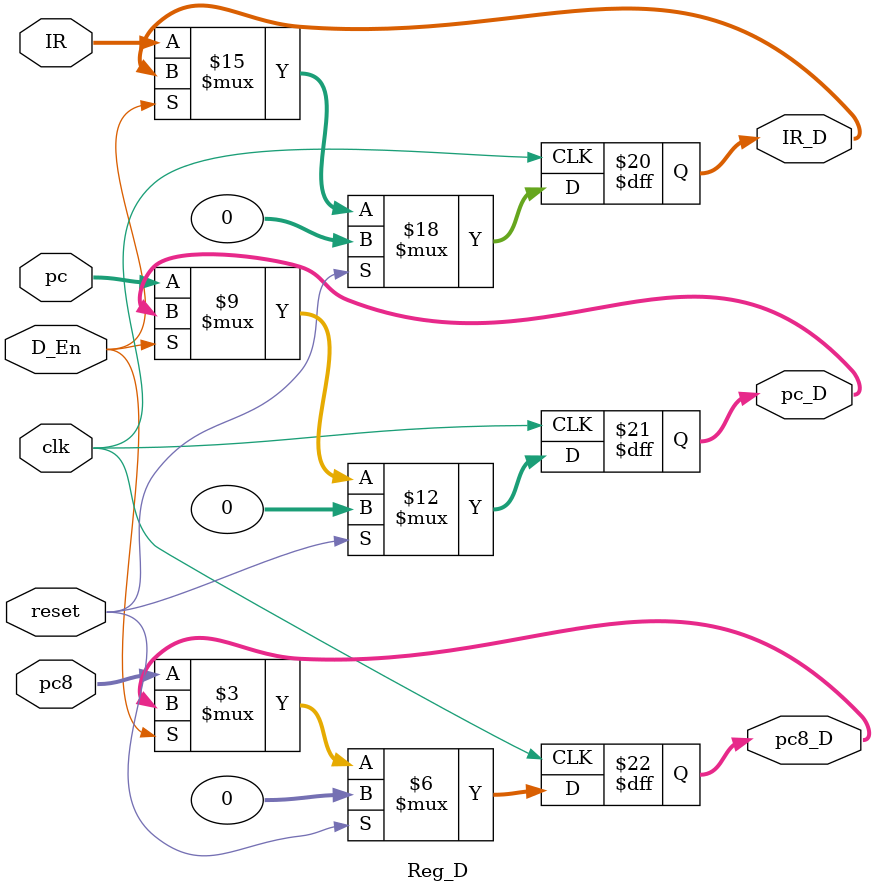
<source format=v>
`timescale 1ns / 1ps
module Reg_D(
	input clk,
	input reset,					//ÔÚ·ÖÖ§Ö¸ÁîÊ±£¬branch³É¹¦£¬¼Ä´æÆ÷Ö±½ÓÇåÁã
	input D_En,							//ËäÈ»¶à¼ÓÁËÒ»¸öclrµ«ÊÇ´¦ÀíÁËjrºÍÔÝÍ£µÄÓÅÏÈ¼¶ÎÊÌâ
	input [31:0] IR,
	input [31:0] pc,
	input [31:0] pc8,
	output reg [31:0] IR_D,
	output reg [31:0] pc_D,
	output reg [31:0] pc8_D
    );
	
	always @ (posedge clk) begin
		if(reset) begin
			IR_D 	<= 0;
			pc_D	<= 0;
			pc8_D	<= 0;
		end
		else if(D_En) ;
		else begin
			IR_D	<= IR;
			pc_D	<= pc;
			pc8_D	<= pc8;
		end
	end

endmodule

</source>
